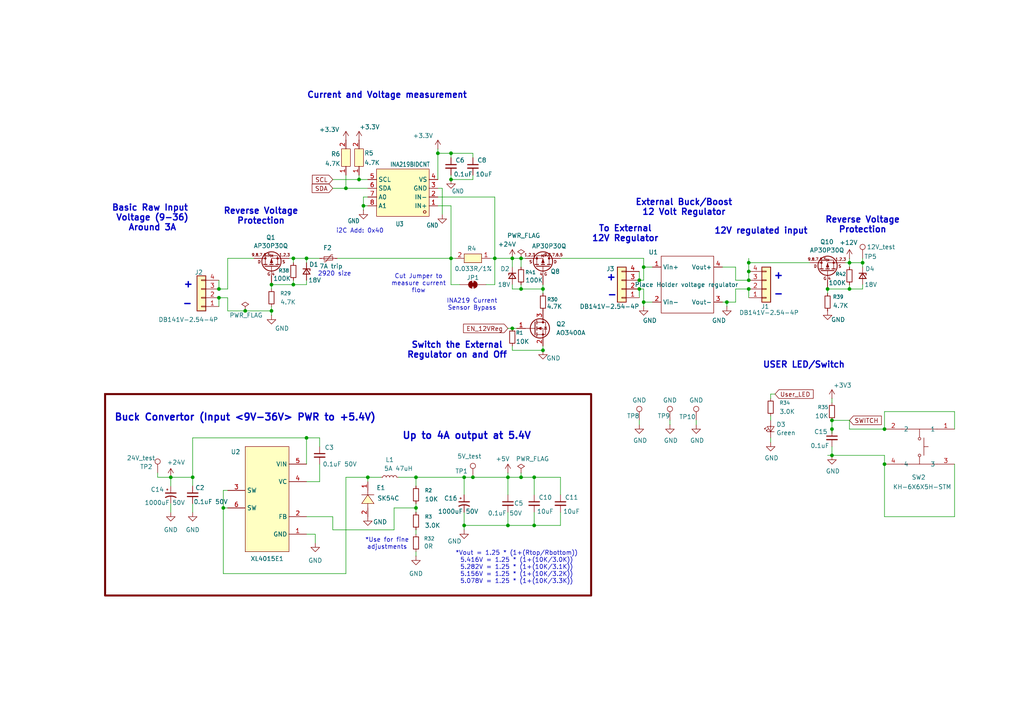
<source format=kicad_sch>
(kicad_sch (version 20250114) (generator "eeschema") (generator_version "9.0")
  (paper "A4")
  (title_block (title "MothBox") (date "2025-12-17") (rev "5.0.4") (company "Digital Naturalism Laboritories"))
  (rectangle (start 30.48 114.3) (end 171.45 172.72) (stroke (width 0.5842) (color 110 0 0 1)))
  (text "+" (at 225.806 80.01 0) (effects (font (size 2 2) (thickness 0.4) (bold yes))))
  (text "Current and Voltage measurement\n" (at 112.268 27.686 0) (effects (font (size 1.778 1.778) (thickness 0.3556) (bold yes))))
  (text "i2C Add: 0x40" (at 104.394 67.056 0) (effects (font (size 1.27 1.27))))
  (text "Buck Convertor (Input <9V-36V> PWR to +5.4V)" (at 71.12 121.158 0) (effects (font (size 2 2) (thickness 0.4) (bold yes))))
  (text "Reverse Voltage\nProtection" (at 75.692 62.738 0) (effects (font (size 1.778 1.778) (thickness 0.3556) (bold yes))))
  (text "+" (at 54.61 82.55 0) (effects (font (size 2 2) (thickness 0.4) (bold yes))))
  (text "-" (at 225.806 85.344 0) (effects (font (size 2 2) (thickness 0.4) (bold yes))))
  (text "*Use for fine\nadjustments" (at 112.268 157.734 0) (effects (font (size 1.27 1.27))))
  (text "To External\n12V Regulator" (at 181.356 67.818 0) (effects (font (size 1.778 1.778) (thickness 0.3556) (bold yes))))
  (text "+" (at 177.292 80.518 0) (effects (font (size 2 2) (thickness 0.4) (bold yes))))
  (text "Reverse Voltage\nProtection" (at 250.19 65.278 0) (effects (font (size 1.778 1.778) (thickness 0.3556) (bold yes))))
  (text "INA219 Current\nSensor Bypass" (at 136.906 88.392 0) (effects (font (size 1.27 1.27))))
  (text "12V regulated input\n" (at 220.726 67.056 0) (effects (font (size 1.778 1.778) (thickness 0.3556) (bold yes))))
  (text "Switch the External\nRegulator on and Off\n" (at 132.588 101.6 0) (effects (font (size 1.778 1.778) (thickness 0.3556) (bold yes))))
  (text "*Vout = 1.25 * (1+(Rtop/Rbottom))\n5.416V = 1.25 * (1+(10K/3.0K))\n5.282V = 1.25 * (1+(10K/3.1K))\n5.156V = 1.25 * (1+(10K/3.2K))\n5.078V = 1.25 * (1+(10K/3.3K))" (at 149.86 164.592 0) (effects (font (size 1.27 1.27))))
  (text "2920 size" (at 97.028 79.502 0) (effects (font (size 1.27 1.27))))
  (text "-" (at 177.546 85.598 0) (effects (font (size 2 2) (thickness 0.4) (bold yes))))
  (text "Cut Jumper to\nmeasure current\nflow" (at 121.412 82.296 0) (effects (font (size 1.27 1.27))))
  (text "Up to 4A output at 5.4V" (at 135.382 126.492 0) (effects (font (size 2 2) (thickness 0.4) (bold yes))))
  (text "USER LED/Switch" (at 233.172 105.918 0) (effects (font (size 1.778 1.778) (thickness 0.3556) (bold yes))))
  (text "Basic Raw Input \nVoltage (9-36)\nAround 3A" (at 44.196 63.246 0) (effects (font (size 1.778 1.778) (thickness 0.3556) (bold yes))))
  (text "-" (at 54.356 88.138 0) (effects (font (size 2 2) (thickness 0.4) (bold yes))))
  (text "External Buck/Boost\n12 Volt Regulator" (at 198.374 60.198 0) (effects (font (size 1.778 1.778) (thickness 0.3556) (bold yes))))
  (junction (at 250.19 76.2))
  (junction (at 217.17 76.2))
  (junction (at 241.3 124.46))
  (junction (at 100.33 54.61))
  (junction (at 104.14 52.07))
  (junction (at 106.68 138.43))
  (junction (at 256.54 134.62))
  (junction (at 127 44.45))
  (junction (at 240.03 83.82))
  (junction (at 186.69 87.63))
  (junction (at 88.9 74.93))
  (junction (at 63.5 86.36))
  (junction (at 134.62 138.43))
  (junction (at 154.94 138.43))
  (junction (at 246.38 76.2))
  (junction (at 130.81 44.45))
  (junction (at 246.38 83.82))
  (junction (at 71.12 90.17))
  (junction (at 157.48 83.82))
  (junction (at 185.42 83.82))
  (junction (at 105.41 59.69))
  (junction (at 186.69 77.47))
  (junction (at 157.48 101.6))
  (junction (at 151.13 138.43))
  (junction (at 143.51 74.93))
  (junction (at 120.65 147.32))
  (junction (at 148.59 95.25))
  (junction (at 151.13 74.93))
  (junction (at 120.65 138.43))
  (junction (at 85.09 82.55))
  (junction (at 151.13 83.82))
  (junction (at 88.9 127))
  (junction (at 147.32 138.43))
  (junction (at 49.53 138.43))
  (junction (at 63.5 83.82))
  (junction (at 217.17 78.74))
  (junction (at 130.81 52.07))
  (junction (at 210.82 87.63))
  (junction (at 217.17 81.28))
  (junction (at 85.09 74.93))
  (junction (at 241.3 132.08))
  (junction (at 217.17 83.82))
  (junction (at 134.62 152.4))
  (junction (at 137.16 138.43))
  (junction (at 130.81 74.93))
  (junction (at 147.32 152.4))
  (junction (at 78.74 82.55))
  (junction (at 78.74 90.17))
  (junction (at 241.3 121.92))
  (junction (at 154.94 152.4))
  (junction (at 256.54 124.46))
  (junction (at 185.42 81.28))
  (junction (at 55.88 138.43))
  (junction (at 64.77 147.32))
  (junction (at 148.59 74.93))
  (wire (pts (xy 55.88 127) (xy 55.88 138.43)))
  (wire (pts (xy 63.5 83.82) (xy 66.04 83.82)))
  (wire (pts (xy 276.86 119.38) (xy 256.54 119.38)))
  (wire (pts (xy 85.09 74.93) (xy 85.09 76.2)))
  (wire (pts (xy 128.27 54.61) (xy 128.27 62.23)))
  (wire (pts (xy 78.74 82.55) (xy 85.09 82.55)))
  (wire (pts (xy 240.03 83.82) (xy 246.38 83.82)))
  (wire (pts (xy 246.38 74.93) (xy 246.38 76.2)))
  (wire (pts (xy 127 54.61) (xy 128.27 54.61)))
  (wire (pts (xy 186.69 87.63) (xy 189.23 87.63)))
  (wire (pts (xy 96.52 149.86) (xy 96.52 153.67)))
  (wire (pts (xy 63.5 81.28) (xy 63.5 83.82)))
  (wire (pts (xy 147.32 95.25) (xy 148.59 95.25)))
  (wire (pts (xy 64.77 147.32) (xy 64.77 142.24)))
  (wire (pts (xy 250.19 74.93) (xy 250.19 76.2)))
  (wire (pts (xy 162.56 138.43) (xy 154.94 138.43)))
  (wire (pts (xy 217.17 78.74) (xy 217.17 81.28)))
  (wire (pts (xy 217.17 76.2) (xy 234.95 76.2)))
  (wire (pts (xy 147.32 143.51) (xy 147.32 138.43)))
  (wire (pts (xy 154.94 138.43) (xy 151.13 138.43)))
  (wire (pts (xy 134.62 148.59) (xy 134.62 152.4)))
  (wire (pts (xy 78.74 83.82) (xy 78.74 82.55)))
  (wire (pts (xy 256.54 119.38) (xy 256.54 124.46)))
  (wire (pts (xy 104.14 52.07) (xy 96.52 52.07)) (stroke (width 0.1524)))
  (wire (pts (xy 240.03 85.09) (xy 240.03 83.82)))
  (wire (pts (xy 114.3 147.32) (xy 120.65 147.32)))
  (wire (pts (xy 217.17 83.82) (xy 217.17 86.36)))
  (wire (pts (xy 148.59 74.93) (xy 151.13 74.93)))
  (wire (pts (xy 127 44.45) (xy 127 52.07)))
  (wire (pts (xy 66.04 86.36) (xy 66.04 90.17)))
  (wire (pts (xy 151.13 83.82) (xy 157.48 83.82)))
  (wire (pts (xy 127 59.69) (xy 130.81 59.69)) (stroke (width 0.1524)))
  (wire (pts (xy 241.3 115.57) (xy 241.3 116.84)))
  (wire (pts (xy 45.72 138.43) (xy 49.53 138.43)))
  (wire (pts (xy 241.3 124.46) (xy 241.3 121.92)))
  (wire (pts (xy 133.35 82.55) (xy 130.81 82.55)))
  (wire (pts (xy 151.13 137.16) (xy 151.13 138.43)))
  (wire (pts (xy 85.09 74.93) (xy 88.9 74.93)))
  (wire (pts (xy 120.65 147.32) (xy 120.65 148.59)))
  (wire (pts (xy 130.81 82.55) (xy 130.81 74.93)))
  (wire (pts (xy 148.59 74.93) (xy 148.59 77.47)))
  (wire (pts (xy 127 57.15) (xy 143.51 57.15)) (stroke (width 0.1524)))
  (wire (pts (xy 246.38 82.55) (xy 246.38 83.82)))
  (wire (pts (xy 186.69 83.82) (xy 186.69 87.63)))
  (wire (pts (xy 162.56 74.93) (xy 186.69 74.93)))
  (wire (pts (xy 120.65 153.67) (xy 120.65 154.94)))
  (wire (pts (xy 148.59 95.25) (xy 149.86 95.25)))
  (wire (pts (xy 137.16 50.8) (xy 137.16 52.07)))
  (wire (pts (xy 143.51 82.55) (xy 143.51 74.93)))
  (wire (pts (xy 106.68 57.15) (xy 105.41 57.15)))
  (wire (pts (xy 66.04 147.32) (xy 64.77 147.32)))
  (wire (pts (xy 223.52 120.65) (xy 223.52 121.92)))
  (wire (pts (xy 97.79 74.93) (xy 130.81 74.93)))
  (wire (pts (xy 85.09 81.28) (xy 85.09 82.55)))
  (wire (pts (xy 106.68 54.61) (xy 100.33 54.61)) (stroke (width 0.1524)))
  (wire (pts (xy 185.42 121.92) (xy 185.42 123.19)))
  (wire (pts (xy 120.65 146.05) (xy 120.65 147.32)))
  (wire (pts (xy 147.32 148.59) (xy 147.32 152.4)))
  (wire (pts (xy 276.86 124.46) (xy 276.86 119.38)))
  (wire (pts (xy 130.81 44.45) (xy 130.81 45.72)))
  (wire (pts (xy 78.74 91.44) (xy 78.74 90.17)))
  (wire (pts (xy 240.03 132.08) (xy 241.3 132.08)))
  (wire (pts (xy 91.44 154.94) (xy 91.44 157.48)))
  (wire (pts (xy 49.53 138.43) (xy 55.88 138.43)))
  (wire (pts (xy 213.36 81.28) (xy 213.36 77.47)))
  (wire (pts (xy 134.62 152.4) (xy 147.32 152.4)))
  (wire (pts (xy 88.9 154.94) (xy 91.44 154.94)))
  (wire (pts (xy 209.55 77.47) (xy 213.36 77.47)))
  (wire (pts (xy 88.9 134.62) (xy 88.9 127)))
  (wire (pts (xy 185.42 83.82) (xy 185.42 86.36)))
  (wire (pts (xy 105.41 59.69) (xy 106.68 59.69)))
  (wire (pts (xy 151.13 138.43) (xy 147.32 138.43)))
  (wire (pts (xy 105.41 59.69) (xy 105.41 60.96)))
  (wire (pts (xy 186.69 77.47) (xy 186.69 74.93)))
  (wire (pts (xy 213.36 83.82) (xy 213.36 87.63)))
  (wire (pts (xy 246.38 121.92) (xy 246.38 124.46)))
  (wire (pts (xy 63.5 86.36) (xy 66.04 86.36)))
  (wire (pts (xy 49.53 146.05) (xy 49.53 148.59)))
  (wire (pts (xy 63.5 86.36) (xy 63.5 88.9)))
  (wire (pts (xy 83.82 74.93) (xy 85.09 74.93)))
  (wire (pts (xy 64.77 147.32) (xy 64.77 166.37)))
  (wire (pts (xy 246.38 83.82) (xy 250.19 83.82)))
  (wire (pts (xy 130.81 44.45) (xy 137.16 44.45)))
  (wire (pts (xy 186.69 81.28) (xy 186.69 77.47)))
  (wire (pts (xy 92.71 129.54) (xy 92.71 127)))
  (wire (pts (xy 217.17 76.2) (xy 217.17 78.74)))
  (wire (pts (xy 148.59 83.82) (xy 151.13 83.82)))
  (wire (pts (xy 186.69 77.47) (xy 189.23 77.47)))
  (wire (pts (xy 130.81 74.93) (xy 132.08 74.93)))
  (wire (pts (xy 148.59 101.6) (xy 157.48 101.6)))
  (wire (pts (xy 143.51 74.93) (xy 142.24 74.93)) (stroke (width 0.1524)))
  (wire (pts (xy 157.48 100.33) (xy 157.48 101.6)))
  (wire (pts (xy 106.68 138.43) (xy 110.49 138.43)))
  (wire (pts (xy 120.65 138.43) (xy 120.65 140.97)))
  (wire (pts (xy 250.19 82.55) (xy 250.19 83.82)))
  (wire (pts (xy 157.48 82.55) (xy 157.48 83.82)))
  (wire (pts (xy 194.31 121.92) (xy 194.31 123.19)))
  (wire (pts (xy 185.42 78.74) (xy 185.42 81.28)))
  (wire (pts (xy 217.17 74.93) (xy 217.17 76.2)))
  (wire (pts (xy 162.56 143.51) (xy 162.56 138.43)))
  (wire (pts (xy 106.68 138.43) (xy 106.68 139.7)))
  (wire (pts (xy 140.97 82.55) (xy 143.51 82.55)))
  (wire (pts (xy 256.54 132.08) (xy 256.54 134.62)))
  (wire (pts (xy 100.33 138.43) (xy 106.68 138.43)))
  (wire (pts (xy 276.86 149.86) (xy 256.54 149.86)))
  (wire (pts (xy 134.62 152.4) (xy 134.62 153.67)))
  (wire (pts (xy 154.94 143.51) (xy 154.94 138.43)))
  (wire (pts (xy 154.94 152.4) (xy 147.32 152.4)))
  (wire (pts (xy 246.38 124.46) (xy 256.54 124.46)))
  (wire (pts (xy 157.48 83.82) (xy 157.48 85.09)))
  (wire (pts (xy 256.54 149.86) (xy 256.54 134.62)))
  (wire (pts (xy 96.52 54.61) (xy 100.33 54.61)))
  (wire (pts (xy 66.04 74.93) (xy 66.04 83.82)))
  (wire (pts (xy 151.13 74.93) (xy 151.13 77.47)))
  (wire (pts (xy 130.81 50.8) (xy 130.81 52.07)))
  (wire (pts (xy 137.16 138.43) (xy 147.32 138.43)))
  (wire (pts (xy 186.69 87.63) (xy 186.69 88.9)))
  (wire (pts (xy 66.04 142.24) (xy 64.77 142.24)))
  (wire (pts (xy 148.59 82.55) (xy 148.59 83.82)))
  (wire (pts (xy 151.13 74.93) (xy 152.4 74.93)))
  (wire (pts (xy 96.52 153.67) (xy 114.3 153.67)))
  (wire (pts (xy 73.66 74.93) (xy 66.04 74.93)))
  (wire (pts (xy 245.11 76.2) (xy 246.38 76.2)))
  (wire (pts (xy 154.94 148.59) (xy 154.94 152.4)))
  (wire (pts (xy 143.51 74.93) (xy 148.59 74.93)))
  (wire (pts (xy 162.56 152.4) (xy 162.56 148.59)))
  (wire (pts (xy 45.72 137.16) (xy 45.72 138.43)))
  (wire (pts (xy 127 44.45) (xy 130.81 44.45)))
  (wire (pts (xy 217.17 81.28) (xy 213.36 81.28)))
  (wire (pts (xy 85.09 82.55) (xy 88.9 82.55)))
  (wire (pts (xy 241.3 125.73) (xy 241.3 124.46)))
  (wire (pts (xy 88.9 149.86) (xy 96.52 149.86)))
  (wire (pts (xy 137.16 45.72) (xy 137.16 44.45)))
  (wire (pts (xy 147.32 137.16) (xy 147.32 138.43)))
  (wire (pts (xy 88.9 81.28) (xy 88.9 82.55)))
  (wire (pts (xy 64.77 166.37) (xy 100.33 166.37)))
  (wire (pts (xy 246.38 76.2) (xy 250.19 76.2)))
  (wire (pts (xy 105.41 57.15) (xy 105.41 59.69)))
  (wire (pts (xy 120.65 160.02) (xy 120.65 161.29)))
  (wire (pts (xy 96.52 54.61) (xy 100.33 54.61)) (stroke (width 0.1524)))
  (wire (pts (xy 246.38 76.2) (xy 246.38 77.47)))
  (wire (pts (xy 250.19 76.2) (xy 250.19 77.47)))
  (wire (pts (xy 88.9 139.7) (xy 92.71 139.7)))
  (wire (pts (xy 106.68 52.07) (xy 104.14 52.07)) (stroke (width 0.1524)))
  (wire (pts (xy 55.88 146.05) (xy 55.88 148.59)))
  (wire (pts (xy 223.52 114.3) (xy 224.79 114.3)))
  (wire (pts (xy 209.55 87.63) (xy 210.82 87.63)))
  (wire (pts (xy 276.86 134.62) (xy 276.86 149.86)))
  (wire (pts (xy 223.52 127) (xy 223.52 128.27)))
  (wire (pts (xy 100.33 166.37) (xy 100.33 138.43)))
  (wire (pts (xy 92.71 127) (xy 88.9 127)))
  (wire (pts (xy 201.93 121.92) (xy 201.93 123.19)))
  (wire (pts (xy 241.3 132.08) (xy 256.54 132.08)))
  (wire (pts (xy 148.59 100.33) (xy 148.59 101.6)))
  (wire (pts (xy 241.3 121.92) (xy 246.38 121.92)))
  (wire (pts (xy 154.94 152.4) (xy 162.56 152.4)))
  (wire (pts (xy 151.13 82.55) (xy 151.13 83.82)))
  (wire (pts (xy 241.3 129.54) (xy 241.3 132.08)))
  (wire (pts (xy 217.17 83.82) (xy 213.36 83.82)))
  (wire (pts (xy 104.14 50.8) (xy 104.14 52.07)))
  (wire (pts (xy 143.51 57.15) (xy 143.51 74.93)) (stroke (width 0.1524)))
  (wire (pts (xy 49.53 138.43) (xy 49.53 140.97)))
  (wire (pts (xy 137.16 52.07) (xy 130.81 52.07)))
  (wire (pts (xy 66.04 90.17) (xy 71.12 90.17)))
  (wire (pts (xy 223.52 115.57) (xy 223.52 114.3)))
  (wire (pts (xy 88.9 74.93) (xy 92.71 74.93)))
  (wire (pts (xy 88.9 127) (xy 55.88 127)))
  (wire (pts (xy 71.12 90.17) (xy 78.74 90.17)))
  (wire (pts (xy 88.9 74.93) (xy 88.9 76.2)))
  (wire (pts (xy 127 43.18) (xy 127 44.45)))
  (wire (pts (xy 115.57 138.43) (xy 120.65 138.43)))
  (wire (pts (xy 114.3 153.67) (xy 114.3 147.32)))
  (wire (pts (xy 134.62 143.51) (xy 134.62 138.43)))
  (wire (pts (xy 134.62 138.43) (xy 137.16 138.43)))
  (wire (pts (xy 120.65 138.43) (xy 134.62 138.43)))
  (wire (pts (xy 185.42 83.82) (xy 186.69 83.82)))
  (wire (pts (xy 100.33 50.8) (xy 100.33 54.61)))
  (wire (pts (xy 92.71 139.7) (xy 92.71 134.62)))
  (wire (pts (xy 78.74 88.9) (xy 78.74 90.17)))
  (wire (pts (xy 130.81 59.69) (xy 130.81 74.93)) (stroke (width 0.1524)))
  (wire (pts (xy 213.36 87.63) (xy 210.82 87.63)))
  (wire (pts (xy 185.42 81.28) (xy 186.69 81.28)))
  (wire (pts (xy 55.88 138.43) (xy 55.88 140.97)))
  (wire (pts (xy 210.82 87.63) (xy 210.82 88.9)))
  (global_label "SCL" (shape input) (at 96.52 52.07 180) (property "Intersheetrefs" "${INTERSHEET_REFS}" (effects (hide yes))))
  (global_label "SDA" (shape input) (at 96.52 54.61 180) (property "Intersheetrefs" "${INTERSHEET_REFS}" (effects (hide yes))))
  (global_label "User_LED" (shape input) (at 224.79 114.3 0) (property "Intersheetrefs" "${INTERSHEET_REFS}" (effects (hide yes))))
  (global_label "SWITCH" (shape input) (at 246.38 121.92 0) (property "Intersheetrefs" "${INTERSHEET_REFS}" (effects (hide yes))))
  (global_label "EN_12VReg" (shape input) (at 147.32 95.25 180) (property "Intersheetrefs" "${INTERSHEET_REFS}" (effects (hide yes))))
  (symbol (lib_name "AP30P30Q_1") (lib_id "MothBox_Symbol_Library:AP30P30Q_1") (at 240.03 76.2 0) (unit 1)
    (property "Reference" "Q10" (at 239.8396 70.1505 0))
    (property "Value" "AP30P30Q" (at 239.8396 72.5748 0))
    (property "Footprint" "MothBox_footprints_Library:PDFN3333-8_L3.1-W3.2-P0.65-LS3.4-BL" (effects (hide yes)))
    (property "Description" "30V 30A 1.5W 800mV 1 P-Channel PDFN3333-8 Single FETs, MOSFETs RoHS" (effects (hide yes)))
    (property "LCSC" "C471913" (effects (hide yes)))
  )
  (symbol (lib_id "MothBox_Symbol_Library:C_Small") (at 137.16 48.26 0) (unit 1)
    (property "Reference" "C8" (at 138.43 46.482 0) (effects (justify left)))
    (property "Value" "10uF" (at 137.922 50.546 0) (effects (justify left)))
    (property "Footprint" "MothBox_footprints_Library:C_0603_1608Metric" (effects (hide yes)))
    (property "Description" "Unpolarized capacitor, small symbol" (effects (hide yes)))
    (property "LCSC_Part" "C19702" (effects (hide yes)))
  )
  (symbol (lib_id "MothBox_Symbol_Library:GND") (at 128.27 62.23 0) (unit 1)
    (property "Reference" "#U$03" (effects (hide yes)))
    (property "Value" "GND" (at 123.698 66.04 0) (effects (font (size 1.27 1.0795)) (justify left bottom)))
  )
  (symbol (lib_id "MothBox_Symbol_Library:PCSR2512BR100M6") (at 137.16 74.93 180) (unit 1)
    (property "Reference" "R4" (at 138.176 71.374 0) (effects (justify left bottom)))
    (property "Value" "0.033R/1%" (at 131.826 77.216 0) (effects (justify right bottom)))
    (property "Footprint" "MothBox_footprints_Library:R_2512_6332Metric" (effects (hide yes)))
    (property "LCSC_Part" "C875726" (effects (hide yes)))
  )
  (symbol (lib_id "MothBox_Symbol_Library:GND") (at 201.93 123.19 0) (unit 1)
    (property "Reference" "#PWR062" (effects (hide yes)))
    (property "Value" "GND" (at 202.184 127.762 0))
    (property "Description" "Power symbol creates a global label with name \"GND\" , ground" (effects (hide yes)))
  )
  (symbol (lib_id "MothBox_Symbol_Library:Conn_01x04") (at 180.34 83.82 180) (unit 1)
    (property "Reference" "J3" (at 177.038 77.978 0))
    (property "Value" "DB141V-2.54-4P" (at 176.784 88.9 0))
    (property "Footprint" "MothBox_footprints_Library:CONN-TH_4P-P2.54_DIBO_DB141V-2.54-4P" (effects (hide yes)))
    (property "Description" "Generic connector, single row, 01x04, script generated (kicad-library-utils/schlib/autogen/connector/)" (effects (hide yes)))
    (property "LCSC_Part" "C2898746" (effects (hide yes)))
  )
  (symbol (lib_id "MothBox_Symbol_Library:D_Zener_Small") (at 88.9 78.74 270) (unit 1)
    (property "Reference" "D1" (at 89.662 76.708 90) (effects (justify left)))
    (property "Value" "18V" (at 89.408 81.28 90) (effects (justify left)))
    (property "Footprint" "MothBox_footprints_Library:D_SOD-323" (effects (hide yes)))
    (property "Description" "Zener diode, small symbol" (effects (hide yes)))
    (property "DESCRIPTION" "MM1W18" (effects (hide yes)))
    (property "LCSC_Part" "C22395529" (effects (hide yes)))
  )
  (symbol (lib_id "MothBox_Symbol_Library:GND") (at 241.3 132.08 0) (unit 1)
    (property "Reference" "#PWR072" (effects (hide yes)))
    (property "Value" "GND" (at 241.554 136.652 0))
    (property "Description" "Power symbol creates a global label with name \"GND\" , ground" (effects (hide yes)))
  )
  (symbol (lib_id "MothBox_Symbol_Library:TestPoint") (at 250.19 74.93 0) (unit 1) (in_bom no)
    (property "Reference" "TP5" (at 252.476 74.422 0))
    (property "Value" "12V_test" (at 255.524 71.628 0))
    (property "Footprint" "MothBox_footprints_Library:TestPoint_THTPad_D1.0mm_Drill0.5mm" (effects (hide yes)))
    (property "Description" "test point" (effects (hide yes)))
  )
  (symbol (lib_id "MothBox_Symbol_Library:SK54C_C5449119") (at 106.68 144.78 270) (unit 1)
    (property "Reference" "E1" (at 111.76 141.478 90) (effects (justify right)))
    (property "Value" "SK54C" (at 115.824 144.526 90) (effects (justify right)))
    (property "Footprint" "MothBox_footprints_Library:SMC_L6.9-W5.9-LS8.0-RD" (effects (hide yes)))
    (property "Description" "Independent Type 5A 550mV@5A 40V SMC Diodes - General Purpose ROHS" (effects (hide yes)))
    (property "MF" "Taiwan Semiconductor" (effects (hide yes)))
    (property "MAXIMUM_PACKAGE_HEIGHT" "2.65mm" (effects (hide yes)))
    (property "Package" "DO-214AB-2 Taiwan Semiconductor" (effects (hide yes)))
    (property "Price" "None" (effects (hide yes)))
    (property "Check_prices" "https://www.snapeda.com/parts/SK54C/taiwan/view-part/?ref=eda" (effects (hide yes)))
    (property "STANDARD" "Manufacturer Recommendations" (effects (hide yes)))
    (property "PARTREV" "S2311" (effects (hide yes)))
    (property "SnapEDA_Link" "https://www.snapeda.com/parts/SK54C/taiwan/view-part/?ref=snap" (effects (hide yes)))
    (property "MP" "SK54C" (effects (hide yes)))
    (property "Description_1" "5A, 40V, Schottky Rectifier" (effects (hide yes)))
    (property "Availability" "In Stock" (effects (hide yes)))
    (property "MANUFACTURER" "Taiwan Semiconductor" (effects (hide yes)))
    (property "LCSC_Part" "C5449119" (effects (hide yes)))
  )
  (symbol (lib_id "MothBox_Symbol_Library:XL4015E1") (at 77.47 144.78 0) (unit 1)
    (property "Reference" "U2" (at 68.326 131.064 0))
    (property "Value" "XL4015E1" (at 77.47 162.052 0))
    (property "Footprint" "Package_TO_SOT_SMD:TO-263-5_TabPin3" (effects (hide yes)))
    (property "Datasheet" "https://lcsc.com/product-detail/DC-DC-Converters_XL4015E1_C51661.html" (effects (hide yes)))
    (property "MF" "XLSEMI" (effects (hide yes)))
    (property "MAXIMUM_PACKAGE_HEIGHT" "4.77mm" (effects (hide yes)))
    (property "Package" "None" (effects (hide yes)))
    (property "Price" "None" (effects (hide yes)))
    (property "Check_prices" "https://www.snapeda.com/parts/XL4015/XLSEMI/view-part/?ref=eda" (effects (hide yes)))
    (property "STANDARD" "Manufacturer Recommendations" (effects (hide yes)))
    (property "PARTREV" "1.5" (effects (hide yes)))
    (property "SnapEDA_Link" "https://www.snapeda.com/parts/XL4015/XLSEMI/view-part/?ref=snap" (effects (hide yes)))
    (property "MP" "XL4015" (effects (hide yes)))
    (property "Description_1" "5A 180KHz 36V Buck DC to DC Converter" (effects (hide yes)))
    (property "Availability" "Not in stock" (effects (hide yes)))
    (property "MANUFACTURER" "XLSEMI" (effects (hide yes)))
    (property "LCSC_Part" "C51661" (effects (hide yes)))
  )
  (symbol (lib_id "MothBox_Symbol_Library:+12V") (at 246.38 74.93 0) (unit 1)
    (property "Reference" "#PWR06" (effects (hide yes)))
    (property "Value" "+12V" (at 246.126 70.358 0))
    (property "Description" "Power symbol creates a global label with name \"+12V\"" (effects (hide yes)))
  )
  (symbol (lib_id "MothBox_Symbol_Library:Polyfuse_Small") (at 95.25 74.93 90) (unit 1)
    (property "Reference" "F2" (at 94.996 71.882 90))
    (property "Value" "7A trip" (at 96.012 77.216 90))
    (property "Footprint" "Fuse:Fuse_2920_7451Metric" (effects (hide yes)))
    (property "Description" "Resettable fuse, polymeric positive temperature coefficient, small symbol" (effects (hide yes)))
    (property "LCSC_Part" "C22363536" (effects (hide yes)))
  )
  (symbol (lib_id "MothBox_Symbol_Library:Device_LED_Small") (at 223.52 124.46 90) (unit 1)
    (property "Reference" "D3" (at 225.171 123.1208 90) (effects (justify right)))
    (property "Value" "Green" (at 225.171 125.5451 90) (effects (justify right)))
    (property "Footprint" "LED_SMD:LED_0603_1608Metric" (effects (hide yes)))
    (property "LCSC" "C72043" (effects (hide yes)))
  )
  (symbol (lib_id "MothBox_Symbol_Library:Conn_01x04") (at 58.42 86.36 180) (unit 1)
    (property "Reference" "J2" (at 57.658 78.994 0))
    (property "Value" "DB141V-2.54-4P" (at 54.61 92.71 0))
    (property "Footprint" "MothBox_footprints_Library:CONN-TH_4P-P2.54_DIBO_DB141V-2.54-4P" (effects (hide yes)))
    (property "Description" "Generic connector, single row, 01x04, script generated (kicad-library-utils/schlib/autogen/connector/)" (effects (hide yes)))
    (property "LCSC_Part" "C2898746" (effects (hide yes)))
  )
  (symbol (lib_id "MothBox_Symbol_Library:GND") (at 194.31 123.19 0) (unit 1)
    (property "Reference" "#PWR059" (effects (hide yes)))
    (property "Value" "GND" (at 194.564 127.762 0))
    (property "Description" "Power symbol creates a global label with name \"GND\" , ground" (effects (hide yes)))
  )
  (symbol (lib_id "MothBox_Symbol_Library:D_Zener_Small") (at 250.19 80.01 270) (unit 1)
    (property "Reference" "D4" (at 250.952 77.978 90) (effects (justify left)))
    (property "Value" "18V" (at 250.698 82.55 90) (effects (justify left)))
    (property "Footprint" "MothBox_footprints_Library:D_SOD-323" (effects (hide yes)))
    (property "Description" "Zener diode, small symbol" (effects (hide yes)))
    (property "DESCRIPTION" "MM1W18" (effects (hide yes)))
    (property "LCSC_Part" "C22395529" (effects (hide yes)))
  )
  (symbol (lib_id "MothBox_Symbol_Library:D_Zener_Small") (at 148.59 80.01 90) (mirror x) (unit 1)
    (property "Reference" "D2" (at 147.828 77.978 90) (effects (justify left)))
    (property "Value" "18V" (at 148.082 82.55 90) (effects (justify left)))
    (property "Footprint" "MothBox_footprints_Library:D_SOD-323" (effects (hide yes)))
    (property "Description" "Zener diode, small symbol" (effects (hide yes)))
    (property "DESCRIPTION" "MM1W18" (effects (hide yes)))
    (property "LCSC_Part" "C22395529" (effects (hide yes)))
  )
  (symbol (lib_id "MothBox_Symbol_Library:PWR_FLAG") (at 151.13 137.16 0) (unit 1)
    (property "Reference" "#FLG03" (effects (hide yes)))
    (property "Value" "PWR_FLAG" (at 154.432 133.096 0))
    (property "Description" "Special symbol for telling ERC where power comes from" (effects (hide yes)))
  )
  (symbol (lib_id "MothBox_Symbol_Library:R_Small") (at 241.3 119.38 0) (mirror y) (unit 1)
    (property "Reference" "R35" (at 240.284 118.11 0) (effects (font (size 1.016 1.016)) (justify left)))
    (property "Value" "10K" (at 240.284 120.65 0) (effects (justify left)))
    (property "Footprint" "MothBox_footprints_Library:R_0603_1608Metric" (effects (hide yes)))
    (property "Description" "Resistor, small symbol" (effects (hide yes)))
    (property "LCSC_Part" "C25804" (effects (hide yes)))
  )
  (symbol (lib_id "MothBox_Symbol_Library:TestPoint") (at 45.72 137.16 0) (unit 1) (in_bom no)
    (property "Reference" "TP2" (at 42.418 135.382 0))
    (property "Value" "24V_test" (at 40.894 132.842 0))
    (property "Footprint" "MothBox_footprints_Library:TestPoint_THTPad_D1.0mm_Drill0.5mm" (effects (hide yes)))
    (property "Description" "test point" (effects (hide yes)))
  )
  (symbol (lib_id "Jumper:SolderJumper_2_Bridged") (at 137.16 82.55 0) (unit 1) (in_bom no)
    (property "Reference" "JP1" (at 137.16 80.518 0))
    (property "Value" "SolderJumper_2_Bridged" (effects (hide yes)))
    (property "Footprint" "Jumper:SolderJumper-2_P1.3mm_Bridged2Bar_RoundedPad1.0x1.5mm" (effects (hide yes)))
    (property "Description" "Solder Jumper, 2-pole, closed/bridged" (effects (hide yes)))
  )
  (symbol (lib_id "MothBox_Symbol_Library:+24V") (at 49.53 138.43 0) (unit 1)
    (property "Reference" "#PWR031" (effects (hide yes)))
    (property "Value" "+24V" (at 51.054 134.112 0))
    (property "Description" "Power symbol creates a global label with name \"+24V\"" (effects (hide yes)))
  )
  (symbol (lib_id "MothBox_Symbol_Library:+24V") (at 148.59 74.93 0) (unit 1)
    (property "Reference" "#PWR01" (effects (hide yes)))
    (property "Value" "+24V" (at 147.066 70.866 0))
    (property "Description" "Power symbol creates a global label with name \"+24V\"" (effects (hide yes)))
  )
  (symbol (lib_id "MothBox_Symbol_Library:PWR_FLAG") (at 151.13 74.93 0) (unit 1)
    (property "Reference" "#FLG01" (effects (hide yes)))
    (property "Value" "PWR_FLAG" (at 147.066 68.326 0) (effects (justify left)))
    (property "Description" "Special symbol for telling ERC where power comes from" (effects (hide yes)))
  )
  (symbol (lib_id "MothBox_Symbol_Library:TestPoint") (at 185.42 121.92 0) (unit 1) (in_bom no)
    (property "Reference" "TP8" (at 183.642 120.65 0))
    (property "Value" "GND" (at 185.42 116.078 0))
    (property "Footprint" "MothBox_footprints_Library:TestPoint_THTPad_D1.0mm_Drill0.5mm" (effects (hide yes)))
    (property "Description" "test point" (effects (hide yes)))
  )
  (symbol (lib_id "MothBox_Symbol_Library:GND") (at 157.48 101.6 0) (unit 1)
    (property "Reference" "#PWR0101" (effects (hide yes)))
    (property "Value" "GND" (at 160.528 103.886 0))
    (property "Description" "Power symbol creates a global label with name \"GND\" , ground" (effects (hide yes)))
  )
  (symbol (lib_id "MothBox_Symbol_Library:GND") (at 223.52 128.27 0) (unit 1)
    (property "Reference" "#PWR071" (effects (hide yes)))
    (property "Value" "GND" (at 223.774 132.842 0))
    (property "Description" "Power symbol creates a global label with name \"GND\" , ground" (effects (hide yes)))
  )
  (symbol (lib_id "MothBox_Symbol_Library:C_Small") (at 147.32 146.05 0) (unit 1)
    (property "Reference" "C5" (at 149.0941 145.9695 0) (effects (justify left)))
    (property "Value" "0.1uF 50V" (at 141.478 148.844 0) (effects (justify left)))
    (property "Footprint" "MothBox_footprints_Library:C_0603_1608Metric" (effects (hide yes)))
    (property "Description" "50V 0.1uF X7R ±10% 0805 Multilayer Ceramic Capacitors MLCC - SMD/SMT ROHS" (effects (hide yes)))
    (property "LCSC_Part" "C14663" (effects (hide yes)))
  )
  (symbol (lib_id "MothBox_Symbol_Library:GND") (at 105.41 60.96 0) (unit 1)
    (property "Reference" "#U$02" (effects (hide yes)))
    (property "Value" "GND" (at 100.838 64.77 0) (effects (font (size 1.27 1.0795)) (justify left bottom)))
  )
  (symbol (lib_id "MothBox_Symbol_Library:R_Small") (at 223.52 118.11 0) (unit 1)
    (property "Reference" "R34" (at 226.06 116.8399 0) (effects (font (size 1.016 1.016)) (justify left)))
    (property "Value" "3.0K" (at 226.06 119.3799 0) (effects (justify left)))
    (property "Footprint" "MothBox_footprints_Library:R_0603_1608Metric" (effects (hide yes)))
    (property "Description" "Resistor, small symbol" (effects (hide yes)))
    (property "LCSC_Part" "C4211" (effects (hide yes)))
  )
  (symbol (lib_id "MothBox_Symbol_Library:L_Small") (at 113.03 138.43 90) (unit 1)
    (property "Reference" "L1" (at 113.03 133.35 90))
    (property "Value" "5A 47uH" (at 115.57 135.89 90))
    (property "Footprint" "MothBox_footprints_Library:L_Chilisin_BMRG00131360" (effects (hide yes)))
    (property "Description" "5A 47uH Integrated molded inductor ±20% SMD,13.8x12.6x6.5mm Power Inductors ROHS" (effects (hide yes)))
    (property "LCSC_Part" "C497913" (effects (hide yes)))
  )
  (symbol (lib_id "MothBox_Symbol_Library:+3.3V") (at 104.14 40.64 0) (mirror y) (unit 1)
    (property "Reference" "#PWR015" (effects (hide yes)))
    (property "Value" "+3.3V" (at 107.188 36.83 0))
    (property "Description" "Power symbol creates a global label with name \"+3.3V\"" (effects (hide yes)))
  )
  (symbol (lib_id "easyeda2kicad:4-1437565-1") (at 266.7 129.54 0) (mirror y) (unit 1)
    (property "Reference" "SW2" (at 266.446 138.43 0))
    (property "Value" "KH-6X6X5H-STM" (at 267.462 141.224 0))
    (property "Footprint" "easyeda2kicad:KEY-SMD_4P-L6.0-W6.0-P4.50-LS10.0-TL" (effects (hide yes)))
    (property "LCSC Part" "C592734" (effects (hide yes)))
  )
  (symbol (lib_id "MothBox_Symbol_Library:+3.3V") (at 241.3 115.57 0) (mirror y) (unit 1)
    (property "Reference" "#PWR073" (effects (hide yes)))
    (property "Value" "+3V3" (at 244.348 111.76 0))
    (property "Description" "Power symbol creates a global label with name \"+3.3V\"" (effects (hide yes)))
  )
  (symbol (lib_id "MothBox_Symbol_Library:R_Small") (at 85.09 78.74 0) (mirror x) (unit 1)
    (property "Reference" "R38" (at 80.772 78.486 0) (effects (font (size 1.016 1.016)) (justify left)))
    (property "Value" "100K" (at 79.248 80.772 0) (effects (justify left)))
    (property "Footprint" "MothBox_footprints_Library:R_0603_1608Metric" (effects (hide yes)))
    (property "Description" "Resistor, small symbol" (effects (hide yes)))
    (property "LCSC_Part" "C25803" (effects (hide yes)))
  )
  (symbol (lib_id "MothBox_Symbol_Library:C_Small") (at 92.71 132.08 0) (mirror y) (unit 1)
    (property "Reference" "C3" (at 95.504 129.794 0))
    (property "Value" "0.1uF 50V" (at 98.552 134.62 0))
    (property "Footprint" "MothBox_footprints_Library:C_0603_1608Metric" (effects (hide yes)))
    (property "Description" "50V 0.1uF X7R ±10% 0805 Multilayer Ceramic Capacitors MLCC - SMD/SMT ROHS" (effects (hide yes)))
    (property "LCSC_Part" "C14663" (effects (hide yes)))
  )
  (symbol (lib_id "MothBox_Symbol_Library:GND") (at 55.88 148.59 0) (unit 1)
    (property "Reference" "#PWR04" (effects (hide yes)))
    (property "Value" "GND" (at 55.88 153.67 0))
    (property "Description" "Power symbol creates a global label with name \"GND\" , ground" (effects (hide yes)))
  )
  (symbol (lib_id "MothBox_Symbol_Library:R_Small") (at 240.03 87.63 0) (unit 1)
    (property "Reference" "R39" (at 241.554 86.106 0) (effects (font (size 1.016 1.016)) (justify left)))
    (property "Value" "4.7K" (at 241.554 88.646 0) (effects (justify left)))
    (property "Footprint" "MothBox_footprints_Library:R_0603_1608Metric" (effects (hide yes)))
    (property "Description" "Resistor, small symbol" (effects (hide yes)))
    (property "LCSC_Part" "C23162" (effects (hide yes)))
  )
  (symbol (lib_id "MothBox_Symbol_Library:R_Small") (at 120.65 157.48 0) (unit 1)
    (property "Reference" "R32" (at 122.936 156.21 0) (effects (font (size 1.016 1.016)) (justify left)))
    (property "Value" "0R" (at 122.936 158.4299 0) (effects (justify left)))
    (property "Footprint" "MothBox_footprints_Library:R_0603_1608Metric" (effects (hide yes)))
    (property "Description" "Resistor, small symbol" (effects (hide yes)))
    (property "LCSC_Part" "C21189" (effects (hide yes)))
  )
  (symbol (lib_id "MothBox_Symbol_Library:PWR_FLAG") (at 71.12 90.17 0) (unit 1)
    (property "Reference" "#FLG02" (effects (hide yes)))
    (property "Value" "PWR_FLAG" (at 71.374 91.44 0))
    (property "Description" "Special symbol for telling ERC where power comes from" (effects (hide yes)))
  )
  (symbol (lib_id "MothBox_Symbol_Library:TestPoint") (at 194.31 121.92 0) (unit 1) (in_bom no)
    (property "Reference" "TP9" (at 192.532 120.65 0))
    (property "Value" "GND" (at 194.31 116.078 0))
    (property "Footprint" "MothBox_footprints_Library:TestPoint_THTPad_D1.0mm_Drill0.5mm" (effects (hide yes)))
    (property "Description" "test point" (effects (hide yes)))
  )
  (symbol (lib_id "MothBox_Symbol_Library:GND") (at 134.62 153.67 0) (unit 1)
    (property "Reference" "#PWR011" (effects (hide yes)))
    (property "Value" "GND" (at 131.826 156.972 0))
    (property "Description" "Power symbol creates a global label with name \"GND\" , ground" (effects (hide yes)))
  )
  (symbol (lib_id "MothBox_Symbol_Library:GND") (at 210.82 88.9 0) (unit 1)
    (property "Reference" "#PWR07" (effects (hide yes)))
    (property "Value" "GND" (at 208.534 92.964 0))
    (property "Description" "Power symbol creates a global label with name \"GND\" , ground" (effects (hide yes)))
  )
  (symbol (lib_id "MothBox_Symbol_Library:R_Small") (at 120.65 151.13 0) (unit 1)
    (property "Reference" "R3" (at 123.19 149.8599 0) (effects (font (size 1.016 1.016)) (justify left)))
    (property "Value" "3.0K" (at 123.19 152.3999 0) (effects (justify left)))
    (property "Footprint" "MothBox_footprints_Library:R_0603_1608Metric" (effects (hide yes)))
    (property "Description" "Resistor, small symbol" (effects (hide yes)))
    (property "LCSC_Part" "C4211" (effects (hide yes)))
  )
  (symbol (lib_name "AP30P30Q_1") (lib_id "MothBox_Symbol_Library:AP30P30Q_1") (at 157.48 74.93 0) (mirror y) (unit 1)
    (property "Reference" "Q8" (at 161.036 78.74 0))
    (property "Value" "AP30P30Q" (at 159.258 71.374 0))
    (property "Footprint" "MothBox_footprints_Library:PDFN3333-8_L3.1-W3.2-P0.65-LS3.4-BL" (effects (hide yes)))
    (property "Description" "30V 30A 1.5W 800mV 1 P-Channel PDFN3333-8 Single FETs, MOSFETs RoHS" (effects (hide yes)))
    (property "LCSC" "C471913" (effects (hide yes)))
  )
  (symbol (lib_id "MothBox_Symbol_Library:GND") (at 49.53 148.59 0) (unit 1)
    (property "Reference" "#PWR03" (effects (hide yes)))
    (property "Value" "GND" (at 49.53 153.67 0))
    (property "Description" "Power symbol creates a global label with name \"GND\" , ground" (effects (hide yes)))
  )
  (symbol (lib_id "MothBox_Symbol_Library:GND") (at 91.44 157.48 0) (unit 1)
    (property "Reference" "#PWR08" (effects (hide yes)))
    (property "Value" "GND" (at 91.44 162.56 0))
    (property "Description" "Power symbol creates a global label with name \"GND\" , ground" (effects (hide yes)))
  )
  (symbol (lib_id "MothBox_Symbol_Library:R_Small") (at 246.38 80.01 0) (mirror x) (unit 1)
    (property "Reference" "R42" (at 242.316 79.502 0) (effects (font (size 1.016 1.016)) (justify left)))
    (property "Value" "100K" (at 240.284 82.042 0) (effects (justify left)))
    (property "Footprint" "MothBox_footprints_Library:R_0603_1608Metric" (effects (hide yes)))
    (property "Description" "Resistor, small symbol" (effects (hide yes)))
    (property "LCSC_Part" "C25803" (effects (hide yes)))
  )
  (symbol (lib_id "MothBox_Symbol_Library:TestPoint") (at 137.16 138.43 0) (unit 1) (in_bom no)
    (property "Reference" "TP1" (at 133.858 136.652 0))
    (property "Value" "5V_test" (at 136.144 132.334 0))
    (property "Footprint" "MothBox_footprints_Library:TestPoint_THTPad_D1.0mm_Drill0.5mm" (effects (hide yes)))
    (property "Description" "test point" (effects (hide yes)))
  )
  (symbol (lib_id "MothBox_Symbol_Library:R_Small") (at 120.65 143.51 0) (unit 1)
    (property "Reference" "R2" (at 123.19 142.2399 0) (effects (font (size 1.016 1.016)) (justify left)))
    (property "Value" "10K" (at 123.19 144.7799 0) (effects (justify left)))
    (property "Footprint" "MothBox_footprints_Library:R_0603_1608Metric" (effects (hide yes)))
    (property "Description" "Resistor, small symbol" (effects (hide yes)))
    (property "LCSC_Part" "C25804" (effects (hide yes)))
  )
  (symbol (lib_id "MothBox_Symbol_Library:GND") (at 130.81 52.07 0) (unit 1)
    (property "Reference" "#U$01" (effects (hide yes)))
    (property "Value" "GND" (at 131.064 56.134 0) (effects (font (size 1.27 1.0795)) (justify left bottom)))
  )
  (symbol (lib_name "FRC0603J103TS_1") (lib_id "MothBox_Symbol_Library:FRC0603J103TS_1") (at 104.14 45.72 270) (mirror x) (unit 1)
    (property "Reference" "R5" (at 105.664 43.688 90) (effects (justify left bottom)))
    (property "Value" "4.7K" (at 105.664 46.482 90) (effects (justify left bottom)))
    (property "Footprint" "MothBox_footprints_Library:R_0603_1608Metric" (effects (hide yes)))
    (property "LCSC_Part" "C23162" (effects (hide yes)))
  )
  (symbol (lib_id "MothBox_Symbol_Library:C_Polarized_Small_US") (at 134.62 146.05 0) (unit 1)
    (property "Reference" "C16" (at 128.778 144.526 0) (effects (justify left)))
    (property "Value" "1000uF 50V" (at 127 148.336 0) (effects (justify left)))
    (property "Footprint" "easyeda2kicad:CAP-TH_BD16.0-P7.50-D1.2-FD" (effects (hide yes)))
    (property "Datasheet" "https://lcsc.com/product-detail/Aluminum-Electrolytic-Capacitors-Leaded_1000uF-20-50V_C106656.html" (effects (hide yes)))
    (property "LCSC_Part" "C106656" (effects (hide yes)))
  )
  (symbol (lib_id "MothBox_Symbol_Library:C_Small") (at 154.94 146.05 0) (unit 1)
    (property "Reference" "C10" (at 156.21 144.272 0) (effects (justify left)))
    (property "Value" "10uF" (at 155.702 148.336 0) (effects (justify left)))
    (property "Footprint" "MothBox_footprints_Library:C_0603_1608Metric" (effects (hide yes)))
    (property "Description" "Unpolarized capacitor, small symbol" (effects (hide yes)))
    (property "LCSC_Part" "C19702" (effects (hide yes)))
  )
  (symbol (lib_id "MothBox_Symbol_Library:Buck-Boost") (at 199.39 82.55 0) (unit 1) (in_bom no) (on_board no)
    (property "Reference" "U1" (at 189.484 73.152 0))
    (property "Value" "Place Holder voltage regulator" (at 199.136 82.55 0))
  )
  (symbol (lib_id "MothBox_Symbol_Library:GND") (at 120.65 161.29 0) (unit 1)
    (property "Reference" "#PWR010" (effects (hide yes)))
    (property "Value" "GND" (at 120.65 166.37 0))
    (property "Description" "Power symbol creates a global label with name \"GND\" , ground" (effects (hide yes)))
  )
  (symbol (lib_id "MothBox_Symbol_Library:GND") (at 78.74 91.44 0) (unit 1)
    (property "Reference" "#PWR02" (effects (hide yes)))
    (property "Value" "GND" (at 81.788 95.25 0))
    (property "Description" "Power symbol creates a global label with name \"GND\" , ground" (effects (hide yes)))
  )
  (symbol (lib_id "MothBox_Symbol_Library:+5V") (at 147.32 137.16 0) (unit 1)
    (property "Reference" "#PWR012" (effects (hide yes)))
    (property "Value" "+5V" (at 145.796 133.096 0))
    (property "Description" "Power symbol creates a global label with name \"+5V\"" (effects (hide yes)))
  )
  (symbol (lib_id "MothBox_Symbol_Library:R_Small") (at 78.74 86.36 0) (unit 1)
    (property "Reference" "R29" (at 81.28 85.0899 0) (effects (font (size 1.016 1.016)) (justify left)))
    (property "Value" "4.7K" (at 81.28 87.6299 0) (effects (justify left)))
    (property "Footprint" "MothBox_footprints_Library:R_0603_1608Metric" (effects (hide yes)))
    (property "Description" "Resistor, small symbol" (effects (hide yes)))
    (property "LCSC_Part" "C23162" (effects (hide yes)))
  )
  (symbol (lib_id "MothBox_Symbol_Library:GND") (at 106.68 149.86 0) (unit 1)
    (property "Reference" "#PWR09" (effects (hide yes)))
    (property "Value" "GND" (at 110.236 151.384 0))
    (property "Description" "Power symbol creates a global label with name \"GND\" , ground" (effects (hide yes)))
  )
  (symbol (lib_id "MothBox_Symbol_Library:INA219AIDCNR") (at 116.84 55.88 180) (unit 1)
    (property "Reference" "U3" (at 117.094 64.262 0) (effects (font (size 1.27 1.0795)) (justify left bottom)))
    (property "Value" "INA219BIDCNT" (at 124.714 46.99 0) (effects (font (size 1.27 1.0795)) (justify left bottom)))
    (property "Footprint" "MothBox_footprints_Library:SOT-23-8" (effects (hide yes)))
    (property "Datasheet" "https://lcsc.com/product-detail/PMIC-Current-Power-Monitors-Regulators_TI_INA219AIDCNR_INA219AIDCNR_C87469.html" (effects (hide yes)))
    (property "LCSC_Part" "C87469" (effects (hide yes)))
  )
  (symbol (lib_id "MothBox_Symbol_Library:Conn_01x04") (at 222.25 83.82 0) (mirror x) (unit 1)
    (property "Reference" "J1" (at 220.726 88.9 0) (effects (justify left)))
    (property "Value" "DB141V-2.54-4P" (at 214.376 90.678 0) (effects (justify left)))
    (property "Footprint" "MothBox_footprints_Library:CONN-TH_4P-P2.54_DIBO_DB141V-2.54-4P" (effects (hide yes)))
    (property "Description" "Generic connector, single row, 01x04, script generated (kicad-library-utils/schlib/autogen/connector/)" (effects (hide yes)))
    (property "LCSC_Part" "C2898746" (effects (hide yes)))
  )
  (symbol (lib_id "MothBox_Symbol_Library:AO3400A") (at 154.94 95.25 0) (unit 1)
    (property "Reference" "Q2" (at 161.29 93.9799 0) (effects (justify left)))
    (property "Value" "AO3400A" (at 161.29 96.5199 0) (effects (justify left)))
    (property "Footprint" "MothBox_footprints_Library:SOT-23" (effects (hide yes)))
    (property "Datasheet" "http://www.aosmd.com/pdfs/datasheet/AO3400A.pdf" (effects (hide yes)))
    (property "Description" "30V Vds, 5.7A Id, N-Channel MOSFET, SOT-23" (effects (hide yes)))
    (property "LCSC_Part" "C2938367" (effects (hide yes)))
  )
  (symbol (lib_id "MothBox_Symbol_Library:TestPoint") (at 201.93 121.92 0) (unit 1) (in_bom no)
    (property "Reference" "TP10" (at 199.39 120.904 0))
    (property "Value" "GND" (at 201.93 116.078 0))
    (property "Footprint" "MothBox_footprints_Library:TestPoint_THTPad_D1.0mm_Drill0.5mm" (effects (hide yes)))
    (property "Description" "test point" (effects (hide yes)))
  )
  (symbol (lib_id "MothBox_Symbol_Library:C_Small") (at 130.81 48.26 0) (unit 1)
    (property "Reference" "C6" (at 132.08 46.482 0) (effects (justify left)))
    (property "Value" "0.1uF" (at 131.572 50.546 0) (effects (justify left)))
    (property "Footprint" "MothBox_footprints_Library:C_0603_1608Metric" (effects (hide yes)))
    (property "Datasheet" "https://lcsc.com/product-detail/Multilayer-Ceramic-Capacitors-MLCC-SMD-SMT_100nF-104-10-50V_C14663.html" (effects (hide yes)))
    (property "Description" "Unpolarized capacitor, small symbol" (effects (hide yes)))
    (property "LCSC_Part" "C14663" (effects (hide yes)))
  )
  (symbol (lib_name "AP30P30Q_1") (lib_id "MothBox_Symbol_Library:AP30P30Q_1") (at 78.74 74.93 0) (unit 1)
    (property "Reference" "Q1" (at 78.5496 68.8805 0))
    (property "Value" "AP30P30Q" (at 78.5496 71.3048 0))
    (property "Footprint" "MothBox_footprints_Library:PDFN3333-8_L3.1-W3.2-P0.65-LS3.4-BL" (effects (hide yes)))
    (property "Description" "30V 30A 1.5W 800mV 1 P-Channel PDFN3333-8 Single FETs, MOSFETs RoHS" (effects (hide yes)))
    (property "LCSC" "C471913" (effects (hide yes)))
  )
  (symbol (lib_id "MothBox_Symbol_Library:+3.3V") (at 127 43.18 0) (unit 1)
    (property "Reference" "#PWR014" (effects (hide yes)))
    (property "Value" "+3.3V" (at 122.682 39.37 0))
    (property "Description" "Power symbol creates a global label with name \"+3.3V\"" (effects (hide yes)))
  )
  (symbol (lib_id "MothBox_Symbol_Library:GND") (at 186.69 88.9 0) (unit 1)
    (property "Reference" "#PWR05" (effects (hide yes)))
    (property "Value" "GND" (at 188.468 92.964 0))
    (property "Description" "Power symbol creates a global label with name \"GND\" , ground" (effects (hide yes)))
  )
  (symbol (lib_id "MothBox_Symbol_Library:C_Small") (at 162.56 146.05 0) (unit 1)
    (property "Reference" "C11" (at 163.83 144.272 0) (effects (justify left)))
    (property "Value" "10uF" (at 163.322 148.336 0) (effects (justify left)))
    (property "Footprint" "MothBox_footprints_Library:C_0603_1608Metric" (effects (hide yes)))
    (property "Description" "Unpolarized capacitor, small symbol" (effects (hide yes)))
    (property "LCSC_Part" "C19702" (effects (hide yes)))
  )
  (symbol (lib_id "MothBox_Symbol_Library:C_Small") (at 241.3 127 0) (mirror y) (unit 1)
    (property "Reference" "C15" (at 240.03 125.222 0) (effects (justify left)))
    (property "Value" "0.1uF" (at 240.538 129.286 0) (effects (justify left)))
    (property "Footprint" "MothBox_footprints_Library:C_0603_1608Metric" (effects (hide yes)))
    (property "Datasheet" "https://lcsc.com/product-detail/Multilayer-Ceramic-Capacitors-MLCC-SMD-SMT_100nF-104-10-50V_C14663.html" (effects (hide yes)))
    (property "Description" "Unpolarized capacitor, small symbol" (effects (hide yes)))
    (property "LCSC_Part" "C14663" (effects (hide yes)))
  )
  (symbol (lib_id "MothBox_Symbol_Library:GND") (at 185.42 123.19 0) (unit 1)
    (property "Reference" "#PWR058" (effects (hide yes)))
    (property "Value" "GND" (at 185.674 127.762 0))
    (property "Description" "Power symbol creates a global label with name \"GND\" , ground" (effects (hide yes)))
  )
  (symbol (lib_id "MothBox_Symbol_Library:FRC0603J103TS") (at 100.33 45.72 270) (mirror x) (unit 1)
    (property "Reference" "R6" (at 96.012 43.942 90) (effects (justify left bottom)))
    (property "Value" "4.7K" (at 94.234 46.736 90) (effects (justify left bottom)))
    (property "Footprint" "MothBox_footprints_Library:R_0603_1608Metric" (effects (hide yes)))
    (property "LCSC_Part" "C23162" (effects (hide yes)))
  )
  (symbol (lib_id "MothBox_Symbol_Library:C_Small") (at 55.88 143.51 0) (unit 1)
    (property "Reference" "C2" (at 56.642 141.478 0) (effects (justify left)))
    (property "Value" "0.1uF 50V" (at 56.134 145.542 0) (effects (justify left)))
    (property "Footprint" "MothBox_footprints_Library:C_0603_1608Metric" (effects (hide yes)))
    (property "Description" "50V 0.1uF X7R ±10% 0805 Multilayer Ceramic Capacitors MLCC - SMD/SMT ROHS" (effects (hide yes)))
    (property "LCSC_Part" "C14663" (effects (hide yes)))
  )
  (symbol (lib_id "MothBox_Symbol_Library:R_Small") (at 151.13 80.01 180) (unit 1)
    (property "Reference" "R41" (at 155.448 78.994 0) (effects (font (size 1.016 1.016)) (justify left)))
    (property "Value" "100K" (at 157.48 81.28 0) (effects (justify left)))
    (property "Footprint" "MothBox_footprints_Library:R_0603_1608Metric" (effects (hide yes)))
    (property "Description" "Resistor, small symbol" (effects (hide yes)))
    (property "LCSC_Part" "C25803" (effects (hide yes)))
  )
  (symbol (lib_id "MothBox_Symbol_Library:C_Polarized_Small_US") (at 49.53 143.51 0) (unit 1)
    (property "Reference" "C14" (at 43.688 141.986 0) (effects (justify left)))
    (property "Value" "1000uF 50V" (at 41.91 145.796 0) (effects (justify left)))
    (property "Footprint" "easyeda2kicad:CAP-TH_BD16.0-P7.50-D1.2-FD" (effects (hide yes)))
    (property "Description" "Polarized capacitor, small US symbol" (effects (hide yes)))
    (property "LCSC_Part" "C106656" (effects (hide yes)))
  )
  (symbol (lib_id "MothBox_Symbol_Library:R_Small") (at 157.48 87.63 0) (mirror y) (unit 1)
    (property "Reference" "R30" (at 161.798 86.868 0) (effects (font (size 1.016 1.016)) (justify left)))
    (property "Value" "4.7K" (at 163.068 88.9 0) (effects (justify left)))
    (property "Footprint" "MothBox_footprints_Library:R_0603_1608Metric" (effects (hide yes)))
    (property "Description" "Resistor, small symbol" (effects (hide yes)))
    (property "LCSC_Part" "C23162" (effects (hide yes)))
  )
  (symbol (lib_id "MothBox_Symbol_Library:R_Small") (at 148.59 97.79 0) (unit 1)
    (property "Reference" "R1" (at 149.606 96.52 0) (effects (font (size 1.016 1.016)) (justify left)))
    (property "Value" "10K" (at 149.606 99.06 0) (effects (justify left)))
    (property "Footprint" "MothBox_footprints_Library:R_0603_1608Metric" (effects (hide yes)))
    (property "Description" "Resistor, small symbol" (effects (hide yes)))
    (property "LCSC_Part" "C25804" (effects (hide yes)))
  )
  (symbol (lib_id "MothBox_Symbol_Library:GND") (at 240.03 90.17 0) (unit 1)
    (property "Reference" "#PWR030" (effects (hide yes)))
    (property "Value" "GND" (at 243.078 92.71 0))
    (property "Description" "Power symbol creates a global label with name \"GND\" , ground" (effects (hide yes)))
  )
  (symbol (lib_id "MothBox_Symbol_Library:+3.3V") (at 100.33 40.64 0) (mirror y) (unit 1)
    (property "Reference" "#PWR016" (effects (hide yes)))
    (property "Value" "+3.3V" (at 95.504 37.592 0))
    (property "Description" "Power symbol creates a global label with name \"+3.3V\"" (effects (hide yes)))
  )
)
</source>
